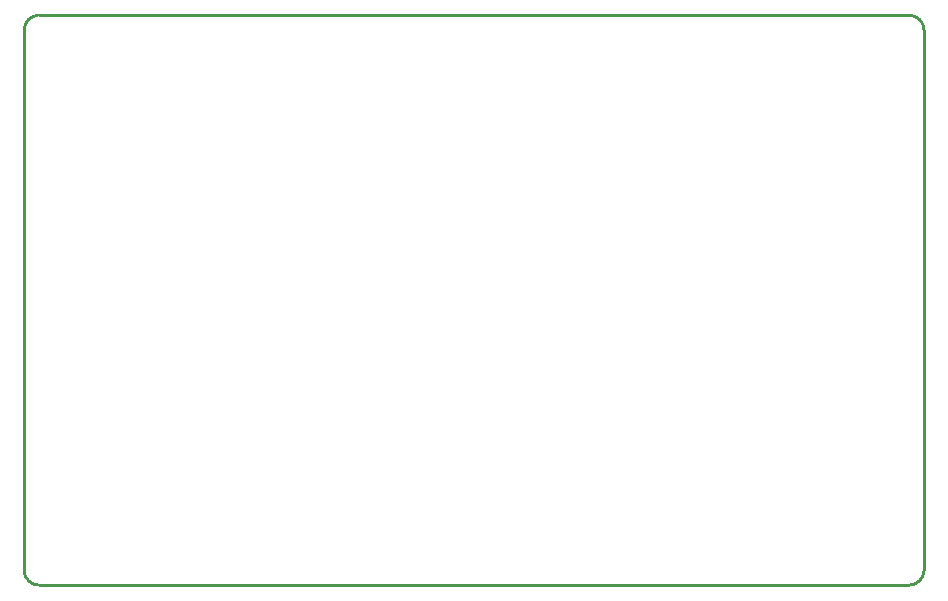
<source format=gko>
G04 Layer: BoardOutline*
G04 EasyEDA v6.4.7, 2020-11-05T13:47:00--3:00*
G04 c1199a7e55574453b5ef4e22c537c2a6,NaN*
G04 Gerber Generator version 0.2*
G04 Scale: 100 percent, Rotated: No, Reflected: No *
G04 Dimensions in inches *
G04 leading zeros omitted , absolute positions ,2 integer and 4 decimal *
%FSLAX24Y24*%
%MOIN*%
G90*
D02*

%ADD10C,0.010000*%
G54D10*
G01X500Y19000D02*
G01X29500Y19000D01*
G01X30000Y18500D02*
G01X30000Y500D01*
G01X29500Y0D02*
G01X500Y0D01*
G01X0Y500D02*
G01X0Y18500D01*
G75*
G01X29500Y19000D02*
G02X30000Y18500I0J-500D01*
G01*
G75*
G01X30000Y500D02*
G02X29500Y0I-500J0D01*
G01*
G75*
G01X500Y0D02*
G02X0Y500I0J500D01*
G01*
G75*
G01X0Y18500D02*
G02X500Y19000I500J0D01*
G01*

%LPD*%
M00*
M02*

</source>
